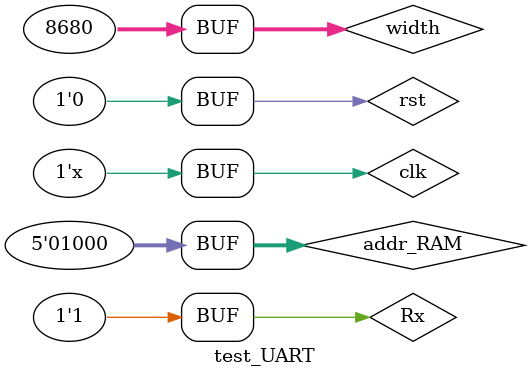
<source format=v>
`timescale 1ns / 1ps


module test_UART;

	// Inputs
	reg clk=1;
	reg rst=1;
	reg Rx;
	reg [4:0] addr_RAM;

	// Outputs
	wire Tx;
	wire [7:0] data_LED;

	// Instantiate the Unit Under Test (UUT)
	TOP_UART uut (clk,rst,Rx,addr_RAM,Tx,data_LED);

	parameter BAUD_rate = 115200;
	reg [31:0] width = 1_000_000_000/BAUD_rate;
    
	 always #7.5 clk=~clk;
	 
	 initial begin
			rst=0;
			#(15*width) rst=1;
			addr_RAM = 5'b0000;
		  Rx=1;
		  #width rst=0;
		  #(10*width);
		  #(width*2) Rx=0; // start bit  10=0000_1010
		  #width Rx=0;     //data[0]
		  #width Rx=1;     //data[1]
		  #width Rx=0;     //data[2]
		  #width Rx=1;     //data[3]
		  #width Rx=0;     //data[4]
		  #width Rx=0;     //data[5]
		  #width Rx=0;     //data[6]
		  #width Rx=0;     //data[7]
		  #width Rx=1;     //stop bit
		  
		  #(width*15) Rx=0; // start bit   15=0000_1111
		  #width Rx=1;     //data[0]
		  #width Rx=1;     //data[1]
		  #width Rx=1;     //data[2]
		  #width Rx=1;     //data[3]
		  #width Rx=0;     //data[4]
		  #width Rx=0;     //data[5]
		  #width Rx=0;     //data[6]
		  #width Rx=0;     //data[7]
		  #width Rx=1;     //stop bit
		  
		  #(width*15) Rx=0; // start bit   25=0001_1001
		  #width Rx=1;     //data[0]
		  #width Rx=0;     //data[1]
		  #width Rx=0;     //data[2]
		  #width Rx=1;     //data[3]
		  #width Rx=1;     //data[4]
		  #width Rx=0;     //data[5]
		  #width Rx=0;     //data[6]
		  #width Rx=0;     //data[7]
		  #width Rx=1;     //stop bit
		  
		  #(width*15) Rx=0; // start bit   31=0001_1111
		  #width Rx=1;     //data[0]
		  #width Rx=1;     //data[1]
		  #width Rx=1;     //data[2]
		  #width Rx=1;     //data[3]
		  #width Rx=1;     //data[4]
		  #width Rx=0;     //data[5]
		  #width Rx=0;     //data[6]
		  #width Rx=0;     //data[7]
		  #width Rx=1;     //stop bit
		  
		  #(width*15) Rx=0; // start bit   45=0010_1101
		  #width Rx=1;     //data[0]
		  #width Rx=0;     //data[1]
		  #width Rx=1;     //data[2]
		  #width Rx=1;     //data[3]
		  #width Rx=0;     //data[4]
		  #width Rx=1;     //data[5]
		  #width Rx=0;     //data[6]
		  #width Rx=0;     //data[7]
		  #width Rx=1;     //stop bit
		  
		  #(width*15) Rx=0; // start bit   64=0100_0000
		  #width Rx=0;     //data[0]
		  #width Rx=0;     //data[1]
		  #width Rx=0;     //data[2]
		  #width Rx=0;     //data[3]
		  #width Rx=0;     //data[4]
		  #width Rx=0;     //data[5]
		  #width Rx=1;     //data[6]
		  #width Rx=0;     //data[7]
		  #width Rx=1;     //stop bit
		  
		  #(width*15) Rx=0; // start bit   99=0110_0011
		  #width Rx=1;     //data[0]
		  #width Rx=1;     //data[1]
		  #width Rx=0;     //data[2]
		  #width Rx=0;     //data[3]
		  #width Rx=0;     //data[4]
		  #width Rx=1;     //data[5]
		  #width Rx=1;     //data[6]
		  #width Rx=0;     //data[7]
		  #width Rx=1;     //stop bit

			#(width*15) Rx=0; // start bit 	127 = 0111_1111
		  #width Rx=1;     //data[0]
		  #width Rx=1;     //data[1]
		  #width Rx=1;     //data[2]
		  #width Rx=1;     //data[3]
		  #width Rx=1;     //data[4]
		  #width Rx=1;     //data[5]
		  #width Rx=1;     //data[6]
		  #width Rx=0;     //data[7]
		  #width Rx=1;     //stop bit
		  
		  #(width*15) Rx=0; // start bit   155 = 1001_1011
		  #width Rx=1;     //data[0]
		  #width Rx=1;     //data[1]
		  #width Rx=0;     //data[2]
		  #width Rx=1;     //data[3]
		  #width Rx=1;     //data[4]
		  #width Rx=0;     //data[5]
		  #width Rx=0;     //data[6]
		  #width Rx=1;     //data[7]
		  #width Rx=1;     //stop bit
		  
		  #(width*15) Rx=0; // start bit   255 = 1111_1111
		  #width Rx=1;     //data[0]
		  #width Rx=1;     //data[1]
		  #width Rx=1;     //data[2]
		  #width Rx=1;     //data[3]
		  #width Rx=1;     //data[4]
		  #width Rx=1;     //data[5]
		  #width Rx=1;     //data[6]
		  #width Rx=1;     //data[7]
		  #width Rx=1;     //stop bit
		  
		  #(width*15) Rx=0; // start bit   190 = 1011_1110
		  #width Rx=0;     //data[0]
		  #width Rx=1;     //data[1]
		  #width Rx=1;     //data[2]
		  #width Rx=1;     //data[3]
		  #width Rx=1;     //data[4]
		  #width Rx=1;     //data[5]
		  #width Rx=0;     //data[6]
		  #width Rx=1;     //data[7]
		  #width Rx=1;     //stop bit
		  
		  #(width*15) Rx=0; // start bit   84=0101_0100
		  #width Rx=0;     //data[0]
		  #width Rx=0;     //data[1]
		  #width Rx=1;     //data[2]
		  #width Rx=0;     //data[3]
		  #width Rx=1;     //data[4]
		  #width Rx=0;     //data[5]
		  #width Rx=1;     //data[6]
		  #width Rx=0;     //data[7]
		  #width Rx=1;     //stop bit
		  
		  #(width*15) Rx=0; // start bit   55=0011_0111
		  #width Rx=1;     //data[0]
		  #width Rx=1;     //data[1]
		  #width Rx=1;     //data[2]
		  #width Rx=0;     //data[3]
		  #width Rx=1;     //data[4]
		  #width Rx=1;     //data[5]
		  #width Rx=0;     //data[6]
		  #width Rx=0;     //data[7]
		  #width Rx=1;     //stop bit
		  
		  #(width*15) Rx=0; // start bit   32 = 0010_0000
		  #width Rx=0;     //data[0]
		  #width Rx=0;     //data[1]
		  #width Rx=0;     //data[2]
		  #width Rx=0;     //data[3]
		  #width Rx=0;     //data[4]
		  #width Rx=1;     //data[5]
		  #width Rx=0;     //data[6]
		  #width Rx=0;     //data[7]
		  #width Rx=1;     //stop bit
		  
		  #(width*15) Rx=0; // start bit   20 = 0001_0100
		  #width Rx=0;     //data[0]
		  #width Rx=0;     //data[1]
		  #width Rx=1;     //data[2]
		  #width Rx=0;     //data[3]
		  #width Rx=1;     //data[4]
		  #width Rx=0;     //data[5]
		  #width Rx=0;     //data[6]
		  #width Rx=0;     //data[7]
		  #width Rx=1;     //stop bit
		  
		  #(width*15) Rx=0; // start bit   7 = 0000_0111
		  #width Rx=1;     //data[0]
		  #width Rx=1;     //data[1]
		  #width Rx=1;     //data[2]
		  #width Rx=0;     //data[3]
		  #width Rx=0;     //data[4]
		  #width Rx=0;     //data[5]
		  #width Rx=0;     //data[6]
		  #width Rx=0;     //data[7]
		  #width Rx=1;     //stop bit
		  
		  #(width*15) Rx=0; // start bit   1 = 0000_0001
		  #width Rx=1;     //data[0]
		  #width Rx=0;     //data[1]
		  #width Rx=0;     //data[2]
		  #width Rx=0;     //data[3]
		  #width Rx=0;     //data[4]
		  #width Rx=0;     //data[5]
		  #width Rx=0;     //data[6]
		  #width Rx=0;     //data[7]
		  #width Rx=1;     //stop bit
		  
		  #(width*5) 
		  #(width*5) addr_RAM = 5'b0001;
		  #(width*5) addr_RAM = 5'b0010;
		  #(width*5) addr_RAM = 5'b0011;
		  #(width*5) addr_RAM = 5'b0100;
		  #(width*5) addr_RAM = 5'b0101;
		  #(width*5) addr_RAM = 5'b1000;
		  
		  
   end
      
endmodule


</source>
